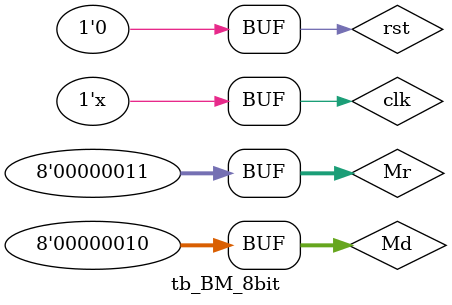
<source format=v>
`timescale 1ns / 1ps


module tb_BM_8bit;

	// Inputs
	reg [7:0] Md;
	reg [7:0] Mr;
	reg clk;
	reg rst;

	// Outputs
	wire [15:0] P;

	// Instantiate the Unit Under Test (UUT)
	BM_8bit uut (
		.P(P), 
		.Md(Md), 
		.Mr(Mr), 
		.clk(clk), 
		.rst(rst)
	);

	initial begin
		// Initialize Inputs
		Md = 0;
		Mr = 0;
		clk = 0;
		rst = 0;

		// Wait 10 ns for global reset to finish
		#10;
		Md = 2;
		Mr = 3;
		rst = 1;
		
		#10;
		rst = 0;
        
		// Add stimulus here

	end
      always #5 clk=~clk;
endmodule


</source>
